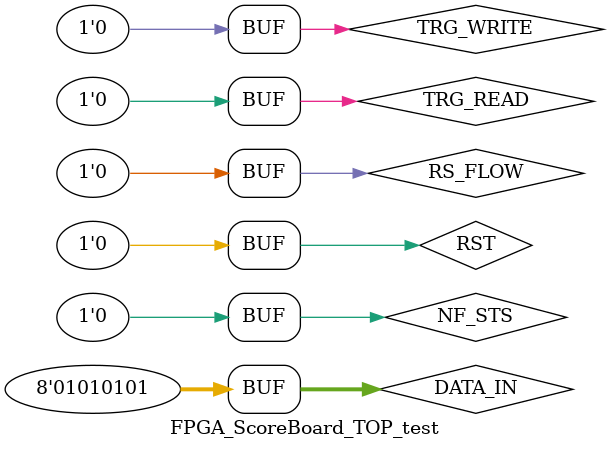
<source format=v>
`timescale 1ns / 1ps
module FPGA_ScoreBoard_TOP_test(
    );
	 
	 wire CLK_50MHZ;
	 reg RST;
	 reg RS232_DCE_RXD;
	 wire RS232_DCE_TXD;
	 reg TRG_READ, TRG_WRITE;
	 reg RS_FLOW;
	 reg [7:0] DATA_IN;
	 wire [7:0] NF_A;
	 wire [7:0] NF_D;
	 wire NF_CE, NF_BYTE, NF_OE, NF_WE, NF_RP, NF_WP;
	 reg NF_STS = 0;
	 
	 reg [7:0] rx_cnt = 0;
	 
	 clock clk(.CLK_50MHZ(CLK_50MHZ));
	 
	 FPGA_ScoreBoard_TOP top(
	 			.CLK_50MHZ(CLK_50MHZ), // MAIN CLOCK
				.BTN_WEST(RST), // RESET
				//RS
				.RS232_DCE_RXD(RS232_DCE_RXD), // RS INPUT (READ)
				.RS232_DCE_TXD(RS232_DCE_TXD), // RS OUTPUT (WRITE)
				//FLASH
				.NF_A(NF_A),
				.NF_D(NF_D), //TODO inout
				.NF_CE(NF_CE), .NF_BYTE(NF_BYTE), .NF_OE(NF_OE), .NF_RP(NF_RP), .NF_WE(NF_WE), .NF_WP(NF_WP),
				.NF_STS(NF_STS)
	 );
	 
	flash_sim fl_sim(
		.NF_A(NF_A),
		.NF_D(NF_D), //TODO inout
		.NF_CE(NF_CE), .NF_BYTE(NF_BYTE), .NF_OE(NF_OE), .NF_RP(NF_RP), .NF_WE(NF_WE), .NF_WP(NF_WP),
		.NF_STS(NF_STS)
	 );
	 
	 initial
	 begin
			RST = 0;
			RS_FLOW = 0;
			TRG_READ = 0;
			TRG_WRITE = 0;
			
			/** RST CLOCKS **/
			RST = 1;
			#100;
			RST = 0;
			#1000;
			
			DATA_IN = 8'b01010101;
			TRG_WRITE = 1;
			#100;
			TRG_WRITE = 0;
			
			
	 end
	 
	 /*** INPUT DATA SIMULATION ***/
always @( posedge CLK_50MHZ )
	begin
	if( rx_cnt ) rx_cnt <= rx_cnt - 1;
	else rx_cnt = 100;
	if( rx_cnt == 1 )	RS232_DCE_RXD = $random % 2;
	end


endmodule

</source>
